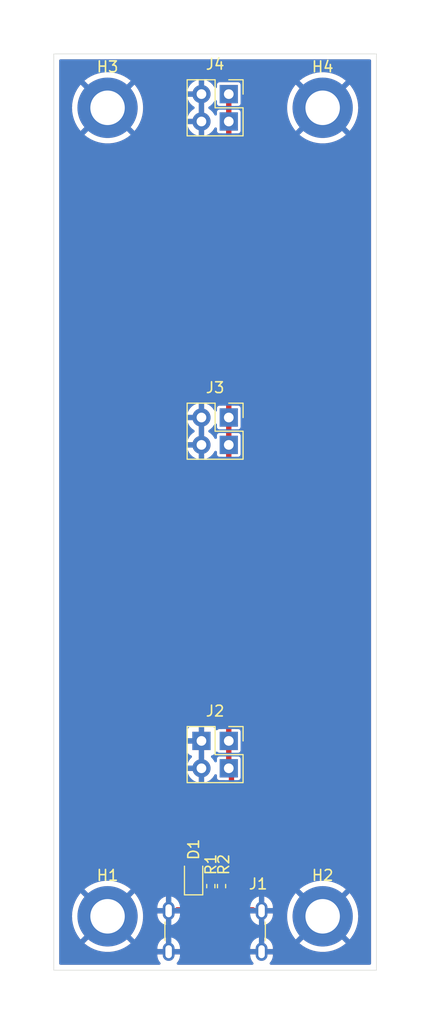
<source format=kicad_pcb>
(kicad_pcb (version 20240108) (generator "pcbnew") (generator_version "8.0")
  (layers (0 "F.Cu" signal) (31 "B.Cu" signal) (34 "B.Paste" user) (35 "F.Paste" user) (36 "B.SilkS" user "B.Silkscreen") (37 "F.SilkS" user "F.Silkscreen") (38 "B.Mask" user) (39 "F.Mask" user) (44 "Edge.Cuts" user))
  (net 0 "")
  (net 1 "GND")
  (net 2 "VBUS")
  (net 3 "Net-(J1-CC1)")
  (net 4 "Net-(J1-CC2)")
  (footprint "Diode_SMD:D_SOD-323" (layer "F.Cu") (at 150.4 95.113 90)
    (property "Reference" "D1" (at 2.6 0 -90) (layer "F.SilkS"))
    (property "Value" "SD05_SOD323")
    (fp_line (start -1.61 -0.85) (end 1.05 -0.85) (stroke (width 0.12)) (layer "F.SilkS"))
    (fp_line (start -1.61 -0.85) (end -1.61 0.85) (stroke (width 0.12)) (layer "F.SilkS"))
    (fp_line (start -1.61 0.85) (end 1.05 0.85) (stroke (width 0.12)) (layer "F.SilkS"))
    (pad "1" smd roundrect (at -1.05 0 90) (size 0.6 0.45) (layers "F.Cu" "F.Paste" "F.Mask") (net 2 "VBUS"))
    (pad "2" smd roundrect (at 1.05 0 90) (size 0.6 0.45) (layers "F.Cu" "F.Paste" "F.Mask") (net 1 "GND"))
  )
  (footprint "MountingHole:MountingHole_3.2mm_M3_DIN965_Pad" (layer "F.Cu") (at 162.4 98.713)
    (property "Reference" "H2" (at 0 -3.8 0) (layer "F.SilkS"))
    (property "Value" "MountingHole_Pad")
    (pad "1" thru_hole circle (at 0 0) (size 5.6 5.6) (drill 3.2) (layers "*.Cu" "*.Mask") (net 1 "GND"))
  )
  (footprint "Resistor_SMD:R_0402_1005Metric" (layer "F.Cu") (at 152 95.913 90)
    (property "Reference" "R1" (at 2 0 -90) (layer "F.SilkS"))
    (property "Value" "5.1k")
    (fp_line (start -0.153641 -0.38) (end 0.153641 -0.38) (stroke (width 0.12)) (layer "F.SilkS"))
    (fp_line (start -0.153641 0.38) (end 0.153641 0.38) (stroke (width 0.12)) (layer "F.SilkS"))
    (pad "1" smd roundrect (at -0.51 0 90) (size 0.54 0.64) (layers "F.Cu" "F.Paste" "F.Mask") (net 3 "Net-(J1-CC1)"))
    (pad "2" smd roundrect (at 0.51 0 90) (size 0.54 0.64) (layers "F.Cu" "F.Paste" "F.Mask") (net 1 "GND"))
  )
  (footprint "MountingHole:MountingHole_3.2mm_M3_DIN965_Pad" (layer "F.Cu") (at 162.4 23.713)
    (property "Reference" "H4" (at 0 -3.8 0) (layer "F.SilkS"))
    (property "Value" "MountingHole_Pad")
    (pad "1" thru_hole circle (at 0 0) (size 5.6 5.6) (drill 3.2) (layers "*.Cu" "*.Mask") (net 1 "GND"))
  )
  (footprint "Connector_PinSocket_2.54mm:PinSocket_2x02_P2.54mm_Vertical" (layer "F.Cu") (at 153.67 52.443)
    (property "Reference" "J3" (at -1.27 -2.77 0) (layer "F.SilkS"))
    (property "Value" "Conn_02x02_Odd_Even")
    (fp_line (start -3.87 -1.33) (end -3.87 3.87) (stroke (width 0.12)) (layer "F.SilkS"))
    (fp_line (start -3.87 -1.33) (end -1.27 -1.33) (stroke (width 0.12)) (layer "F.SilkS"))
    (fp_line (start -3.87 3.87) (end 1.33 3.87) (stroke (width 0.12)) (layer "F.SilkS"))
    (fp_line (start -1.27 -1.33) (end -1.27 1.27) (stroke (width 0.12)) (layer "F.SilkS"))
    (fp_line (start -1.27 1.27) (end 1.33 1.27) (stroke (width 0.12)) (layer "F.SilkS"))
    (fp_line (start 0 -1.33) (end 1.33 -1.33) (stroke (width 0.12)) (layer "F.SilkS"))
    (fp_line (start 1.33 -1.33) (end 1.33 0) (stroke (width 0.12)) (layer "F.SilkS"))
    (fp_line (start 1.33 1.27) (end 1.33 3.87) (stroke (width 0.12)) (layer "F.SilkS"))
    (pad "1" thru_hole rect (at 0 0) (size 1.7 1.7) (drill 0.9) (layers "*.Cu" "*.Mask") (net 2 "VBUS"))
    (pad "2" thru_hole oval (at -2.54 0) (size 1.7 1.7) (drill 0.9) (layers "*.Cu" "*.Mask") (net 1 "GND"))
    (pad "3" thru_hole rect (at 0 2.54) (size 1.7 1.7) (drill 0.9) (layers "*.Cu" "*.Mask") (net 2 "VBUS"))
    (pad "4" thru_hole oval (at -2.54 2.54) (size 1.7 1.7) (drill 0.9) (layers "*.Cu" "*.Mask") (net 1 "GND"))
  )
  (footprint "MountingHole:MountingHole_3.2mm_M3_DIN965_Pad" (layer "F.Cu") (at 142.4 98.713)
    (property "Reference" "H1" (at 0 -3.8 0) (layer "F.SilkS"))
    (property "Value" "MountingHole_Pad")
    (pad "1" thru_hole circle (at 0 0) (size 5.6 5.6) (drill 3.2) (layers "*.Cu" "*.Mask") (net 1 "GND"))
  )
  (footprint "Connector_PinSocket_2.54mm:PinSocket_2x02_P2.54mm_Vertical" (layer "F.Cu") (at 153.67 82.443)
    (property "Reference" "J2" (at -1.27 -2.77 0) (layer "F.SilkS"))
    (property "Value" "Conn_02x02_Odd_Even")
    (fp_line (start -3.87 -1.33) (end -3.87 3.87) (stroke (width 0.12)) (layer "F.SilkS"))
    (fp_line (start -3.87 -1.33) (end -1.27 -1.33) (stroke (width 0.12)) (layer "F.SilkS"))
    (fp_line (start -3.87 3.87) (end 1.33 3.87) (stroke (width 0.12)) (layer "F.SilkS"))
    (fp_line (start -1.27 -1.33) (end -1.27 1.27) (stroke (width 0.12)) (layer "F.SilkS"))
    (fp_line (start -1.27 1.27) (end 1.33 1.27) (stroke (width 0.12)) (layer "F.SilkS"))
    (fp_line (start 0 -1.33) (end 1.33 -1.33) (stroke (width 0.12)) (layer "F.SilkS"))
    (fp_line (start 1.33 -1.33) (end 1.33 0) (stroke (width 0.12)) (layer "F.SilkS"))
    (fp_line (start 1.33 1.27) (end 1.33 3.87) (stroke (width 0.12)) (layer "F.SilkS"))
    (pad "1" thru_hole rect (at 0 0) (size 1.7 1.7) (drill 0.9) (layers "*.Cu" "*.Mask") (net 2 "VBUS"))
    (pad "2" thru_hole rect (at -2.54 0) (size 1.7 1.7) (drill 0.9) (layers "*.Cu" "*.Mask") (net 1 "GND"))
    (pad "3" thru_hole rect (at 0 2.54) (size 1.7 1.7) (drill 0.9) (layers "*.Cu" "*.Mask") (net 2 "VBUS"))
    (pad "4" thru_hole oval (at -2.54 2.54) (size 1.7 1.7) (drill 0.9) (layers "*.Cu" "*.Mask") (net 1 "GND"))
  )
  (footprint "Resistor_SMD:R_0402_1005Metric" (layer "F.Cu") (at 153 95.913 90)
    (property "Reference" "R2" (at 2 0.2 -90) (layer "F.SilkS"))
    (property "Value" "5.1k")
    (fp_line (start -0.153641 -0.38) (end 0.153641 -0.38) (stroke (width 0.12)) (layer "F.SilkS"))
    (fp_line (start -0.153641 0.38) (end 0.153641 0.38) (stroke (width 0.12)) (layer "F.SilkS"))
    (pad "1" smd roundrect (at -0.51 0 90) (size 0.54 0.64) (layers "F.Cu" "F.Paste" "F.Mask") (net 4 "Net-(J1-CC2)"))
    (pad "2" smd roundrect (at 0.51 0 90) (size 0.54 0.64) (layers "F.Cu" "F.Paste" "F.Mask") (net 1 "GND"))
  )
  (footprint "MountingHole:MountingHole_3.2mm_M3_DIN965_Pad" (layer "F.Cu") (at 142.4 23.713)
    (property "Reference" "H3" (at 0 -3.8 0) (layer "F.SilkS"))
    (property "Value" "MountingHole_Pad")
    (pad "1" thru_hole circle (at 0 0) (size 5.6 5.6) (drill 3.2) (layers "*.Cu" "*.Mask") (net 1 "GND"))
  )
  (footprint "Connector_PinSocket_2.54mm:PinSocket_2x02_P2.54mm_Vertical" (layer "F.Cu") (at 153.67 22.443)
    (property "Reference" "J4" (at -1.27 -2.77 0) (layer "F.SilkS"))
    (property "Value" "Conn_02x02_Odd_Even")
    (fp_line (start -3.87 -1.33) (end -3.87 3.87) (stroke (width 0.12)) (layer "F.SilkS"))
    (fp_line (start -3.87 -1.33) (end -1.27 -1.33) (stroke (width 0.12)) (layer "F.SilkS"))
    (fp_line (start -3.87 3.87) (end 1.33 3.87) (stroke (width 0.12)) (layer "F.SilkS"))
    (fp_line (start -1.27 -1.33) (end -1.27 1.27) (stroke (width 0.12)) (layer "F.SilkS"))
    (fp_line (start -1.27 1.27) (end 1.33 1.27) (stroke (width 0.12)) (layer "F.SilkS"))
    (fp_line (start 0 -1.33) (end 1.33 -1.33) (stroke (width 0.12)) (layer "F.SilkS"))
    (fp_line (start 1.33 -1.33) (end 1.33 0) (stroke (width 0.12)) (layer "F.SilkS"))
    (fp_line (start 1.33 1.27) (end 1.33 3.87) (stroke (width 0.12)) (layer "F.SilkS"))
    (pad "1" thru_hole rect (at 0 0) (size 1.7 1.7) (drill 0.9) (layers "*.Cu" "*.Mask") (net 2 "VBUS"))
    (pad "2" thru_hole oval (at -2.54 0) (size 1.7 1.7) (drill 0.9) (layers "*.Cu" "*.Mask") (net 1 "GND"))
    (pad "3" thru_hole rect (at 0 2.54) (size 1.7 1.7) (drill 0.9) (layers "*.Cu" "*.Mask") (net 2 "VBUS"))
    (pad "4" thru_hole oval (at -2.54 2.54) (size 1.7 1.7) (drill 0.9) (layers "*.Cu" "*.Mask") (net 1 "GND"))
  )
  (footprint "Connector_USB:USB_C_Receptacle_GCT_USB4125-xx-x-0190_6P_TopMnt_Horizontal" (layer "F.Cu") (at 152.4 101.2)
    (property "Reference" "J1" (at 4 -5.487 0) (layer "F.SilkS"))
    (property "Value" "USB_C_Receptacle_PowerOnly_6P")
    (fp_line (start -4.67 -0.25) (end -4.67 -1.95) (stroke (width 0.12)) (layer "F.SilkS"))
    (fp_line (start 4.67 -0.25) (end 4.67 -1.95) (stroke (width 0.12)) (layer "F.SilkS"))
    (pad "A5" smd roundrect (at -0.5 -3.08) (size 0.7 1.2) (layers "F.Cu" "F.Paste" "F.Mask") (net 3 "Net-(J1-CC1)"))
    (pad "A9" smd roundrect (at 1.52 -3.08 180) (size 0.76 1.2) (layers "F.Cu" "F.Paste" "F.Mask") (net 2 "VBUS"))
    (pad "A12" smd roundrect (at 2.75 -3.08 180) (size 0.8 1.2) (layers "F.Cu" "F.Paste" "F.Mask") (net 1 "GND"))
    (pad "B5" smd roundrect (at 0.5 -3.08 180) (size 0.7 1.2) (layers "F.Cu" "F.Paste" "F.Mask") (net 4 "Net-(J1-CC2)"))
    (pad "B9" smd roundrect (at -1.52 -3.08) (size 0.76 1.2) (layers "F.Cu" "F.Paste" "F.Mask") (net 2 "VBUS"))
    (pad "B12" smd roundrect (at -2.75 -3.08) (size 0.8 1.2) (layers "F.Cu" "F.Paste" "F.Mask") (net 1 "GND"))
    (pad "S1" thru_hole oval (at -4.32 -3) (size 1.1 1.7) (drill oval 0.6 1.2) (layers "*.Cu" "*.Mask" "F.Paste") (net 1 "GND"))
    (pad "S1" thru_hole oval (at -4.32 0.8) (size 1.1 1.7) (drill oval 0.6 1.2) (layers "*.Cu" "*.Mask" "F.Paste") (net 1 "GND"))
    (pad "S1" thru_hole oval (at 4.32 -3) (size 1.1 1.7) (drill oval 0.6 1.2) (layers "*.Cu" "*.Mask" "F.Paste") (net 1 "GND"))
    (pad "S1" thru_hole oval (at 4.32 0.8) (size 1.1 1.7) (drill oval 0.6 1.2) (layers "*.Cu" "*.Mask" "F.Paste") (net 1 "GND"))
  )
  (gr_line (start 137.4 103.713) (end 167.4 103.713) (stroke (width 0.05)) (layer "Edge.Cuts"))
  (gr_line (start 167.4 103.713) (end 167.4 18.713) (stroke (width 0.05)) (layer "Edge.Cuts"))
  (gr_line (start 167.4 18.713) (end 137.4 18.713) (stroke (width 0.05)) (layer "Edge.Cuts"))
  (gr_line (start 137.4 18.713) (end 137.4 103.713) (stroke (width 0.05)) (layer "Edge.Cuts"))
  (segment (start 153.92 86.313) (end 153.92 85.233) (width 0.5) (layer "F.Cu") (net 2))
  (segment (start 153.92 86.313) (end 153.92 98.12) (width 0.5) (layer "F.Cu") (net 2))
  (segment (start 150.88 96.643) (end 150.4 96.163) (width 0.3) (layer "F.Cu") (net 2))
  (segment (start 153.92 85.233) (end 153.67 84.983) (width 0.5) (layer "F.Cu") (net 2))
  (segment (start 150.88 98.793) (end 151.6 99.513) (width 0.3) (layer "F.Cu") (net 2))
  (segment (start 153.67 84.983) (end 153.67 22.443) (width 0.5) (layer "F.Cu") (net 2))
  (segment (start 150.88 98.12) (end 150.88 96.643) (width 0.3) (layer "F.Cu") (net 2))
  (segment (start 150.88 98.12) (end 150.88 98.793) (width 0.3) (layer "F.Cu") (net 2))
  (segment (start 153.2 99.513) (end 153.92 98.793) (width 0.3) (layer "F.Cu") (net 2))
  (segment (start 153.92 98.793) (end 153.92 98.12) (width 0.3) (layer "F.Cu") (net 2))
  (segment (start 151.6 99.513) (end 153.2 99.513) (width 0.3) (layer "F.Cu") (net 2))
  (segment (start 151.9 96.523) (end 152 96.423) (width 0.3) (layer "F.Cu") (net 3))
  (segment (start 151.9 98.12) (end 151.9 96.523) (width 0.3) (layer "F.Cu") (net 3))
  (segment (start 152.9 96.523) (end 153 96.423) (width 0.3) (layer "F.Cu") (net 4))
  (segment (start 152.9 98.12) (end 152.9 96.523) (width 0.3) (layer "F.Cu") (net 4))
  (zone (net 1) (net_name "GND") (layers "F&B.Cu") (connect_pads (clearance 0.25)) (min_thickness 0.25) (fill yes (thermal_gap 0.5) (thermal_bridge_width 0.5))
    (polygon (pts (xy 172.4 13.713) (xy 132.4 13.713) (xy 132.4 108.713) (xy 172.4 108.713)))
  )
)
</source>
